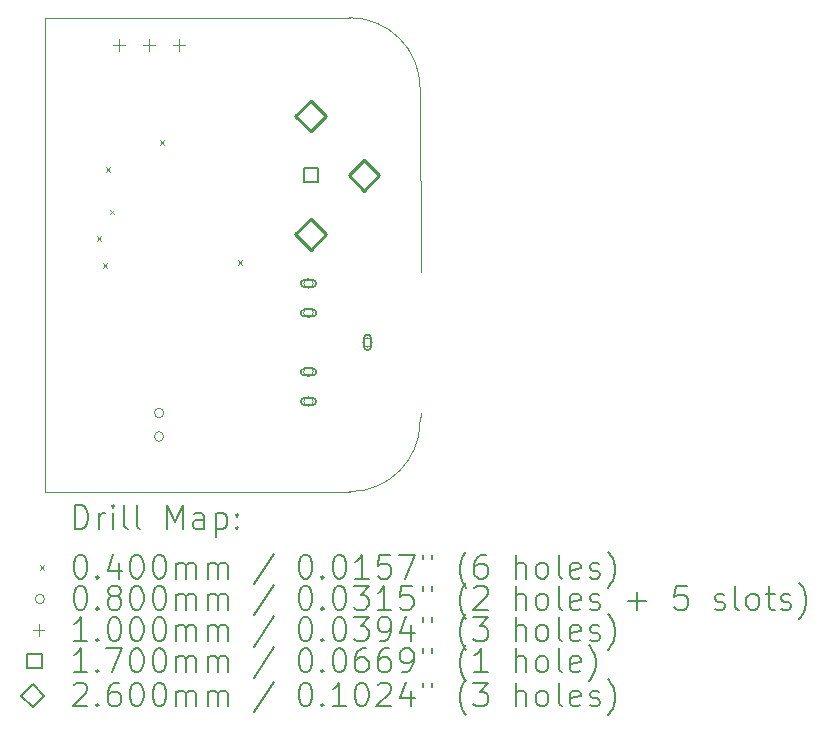
<source format=gbr>
%FSLAX45Y45*%
G04 Gerber Fmt 4.5, Leading zero omitted, Abs format (unit mm)*
G04 Created by KiCad (PCBNEW (6.0.0)) date 2022-11-09 00:51:09*
%MOMM*%
%LPD*%
G01*
G04 APERTURE LIST*
%TA.AperFunction,Profile*%
%ADD10C,0.100000*%
%TD*%
%ADD11C,0.200000*%
%ADD12C,0.040000*%
%ADD13C,0.080000*%
%ADD14C,0.100000*%
%ADD15C,0.170000*%
%ADD16C,0.260000*%
G04 APERTURE END LIST*
D10*
X14148100Y-8763000D02*
X14152800Y-8696250D01*
X10972800Y-5346700D02*
X10972800Y-9258300D01*
X13170200Y-5346700D02*
X13551200Y-5346700D01*
X13551200Y-9359900D02*
G75*
G03*
X14148100Y-8763000I0J596900D01*
G01*
X14152800Y-7496250D02*
X14148100Y-5943600D01*
X14148100Y-5943600D02*
G75*
G03*
X13551200Y-5346700I-596900J0D01*
G01*
X13551200Y-9359900D02*
X10972800Y-9359900D01*
X13170200Y-5346700D02*
X10972800Y-5346700D01*
X10972800Y-9258300D02*
X10972800Y-9359900D01*
D11*
D12*
X11410000Y-7193600D02*
X11450000Y-7233600D01*
X11450000Y-7193600D02*
X11410000Y-7233600D01*
X11460800Y-7422200D02*
X11500800Y-7462200D01*
X11500800Y-7422200D02*
X11460800Y-7462200D01*
X11486200Y-6609400D02*
X11526200Y-6649400D01*
X11526200Y-6609400D02*
X11486200Y-6649400D01*
X11519170Y-6972570D02*
X11559170Y-7012570D01*
X11559170Y-6972570D02*
X11519170Y-7012570D01*
X11943400Y-6380800D02*
X11983400Y-6420800D01*
X11983400Y-6380800D02*
X11943400Y-6420800D01*
X12603800Y-7396800D02*
X12643800Y-7436800D01*
X12643800Y-7396800D02*
X12603800Y-7436800D01*
D13*
X11978000Y-8692889D02*
G75*
G03*
X11978000Y-8692889I-40000J0D01*
G01*
X11978000Y-8892889D02*
G75*
G03*
X11978000Y-8892889I-40000J0D01*
G01*
X13242800Y-7596250D02*
G75*
G03*
X13242800Y-7596250I-40000J0D01*
G01*
D11*
X13237800Y-7566250D02*
X13167800Y-7566250D01*
X13237800Y-7626250D02*
X13167800Y-7626250D01*
X13167800Y-7566250D02*
G75*
G03*
X13167800Y-7626250I0J-30000D01*
G01*
X13237800Y-7626250D02*
G75*
G03*
X13237800Y-7566250I0J30000D01*
G01*
D13*
X13242800Y-7846250D02*
G75*
G03*
X13242800Y-7846250I-40000J0D01*
G01*
D11*
X13237800Y-7816250D02*
X13167800Y-7816250D01*
X13237800Y-7876250D02*
X13167800Y-7876250D01*
X13167800Y-7816250D02*
G75*
G03*
X13167800Y-7876250I0J-30000D01*
G01*
X13237800Y-7876250D02*
G75*
G03*
X13237800Y-7816250I0J30000D01*
G01*
D13*
X13242800Y-8346250D02*
G75*
G03*
X13242800Y-8346250I-40000J0D01*
G01*
D11*
X13237800Y-8316250D02*
X13167800Y-8316250D01*
X13237800Y-8376250D02*
X13167800Y-8376250D01*
X13167800Y-8316250D02*
G75*
G03*
X13167800Y-8376250I0J-30000D01*
G01*
X13237800Y-8376250D02*
G75*
G03*
X13237800Y-8316250I0J30000D01*
G01*
D13*
X13242800Y-8596250D02*
G75*
G03*
X13242800Y-8596250I-40000J0D01*
G01*
D11*
X13237800Y-8566250D02*
X13167800Y-8566250D01*
X13237800Y-8626250D02*
X13167800Y-8626250D01*
X13167800Y-8566250D02*
G75*
G03*
X13167800Y-8626250I0J-30000D01*
G01*
X13237800Y-8626250D02*
G75*
G03*
X13237800Y-8566250I0J30000D01*
G01*
D13*
X13742800Y-8096250D02*
G75*
G03*
X13742800Y-8096250I-40000J0D01*
G01*
D11*
X13732800Y-8131250D02*
X13732800Y-8061250D01*
X13672800Y-8131250D02*
X13672800Y-8061250D01*
X13732800Y-8061250D02*
G75*
G03*
X13672800Y-8061250I-30000J0D01*
G01*
X13672800Y-8131250D02*
G75*
G03*
X13732800Y-8131250I30000J0D01*
G01*
D14*
X11596600Y-5525300D02*
X11596600Y-5625300D01*
X11546600Y-5575300D02*
X11646600Y-5575300D01*
X11850600Y-5525300D02*
X11850600Y-5625300D01*
X11800600Y-5575300D02*
X11900600Y-5575300D01*
X12104600Y-5525300D02*
X12104600Y-5625300D01*
X12054600Y-5575300D02*
X12154600Y-5575300D01*
D15*
X13282705Y-6740305D02*
X13282705Y-6620095D01*
X13162495Y-6620095D01*
X13162495Y-6740305D01*
X13282705Y-6740305D01*
D16*
X13222600Y-6310200D02*
X13352600Y-6180200D01*
X13222600Y-6050200D01*
X13092600Y-6180200D01*
X13222600Y-6310200D01*
X13222600Y-7310200D02*
X13352600Y-7180200D01*
X13222600Y-7050200D01*
X13092600Y-7180200D01*
X13222600Y-7310200D01*
X13672600Y-6810200D02*
X13802600Y-6680200D01*
X13672600Y-6550200D01*
X13542600Y-6680200D01*
X13672600Y-6810200D01*
D11*
X11225419Y-9675376D02*
X11225419Y-9475376D01*
X11273038Y-9475376D01*
X11301609Y-9484900D01*
X11320657Y-9503948D01*
X11330181Y-9522995D01*
X11339705Y-9561090D01*
X11339705Y-9589662D01*
X11330181Y-9627757D01*
X11320657Y-9646805D01*
X11301609Y-9665852D01*
X11273038Y-9675376D01*
X11225419Y-9675376D01*
X11425419Y-9675376D02*
X11425419Y-9542043D01*
X11425419Y-9580138D02*
X11434943Y-9561090D01*
X11444467Y-9551567D01*
X11463514Y-9542043D01*
X11482562Y-9542043D01*
X11549228Y-9675376D02*
X11549228Y-9542043D01*
X11549228Y-9475376D02*
X11539705Y-9484900D01*
X11549228Y-9494424D01*
X11558752Y-9484900D01*
X11549228Y-9475376D01*
X11549228Y-9494424D01*
X11673038Y-9675376D02*
X11653990Y-9665852D01*
X11644467Y-9646805D01*
X11644467Y-9475376D01*
X11777800Y-9675376D02*
X11758752Y-9665852D01*
X11749228Y-9646805D01*
X11749228Y-9475376D01*
X12006371Y-9675376D02*
X12006371Y-9475376D01*
X12073038Y-9618233D01*
X12139705Y-9475376D01*
X12139705Y-9675376D01*
X12320657Y-9675376D02*
X12320657Y-9570614D01*
X12311133Y-9551567D01*
X12292086Y-9542043D01*
X12253990Y-9542043D01*
X12234943Y-9551567D01*
X12320657Y-9665852D02*
X12301609Y-9675376D01*
X12253990Y-9675376D01*
X12234943Y-9665852D01*
X12225419Y-9646805D01*
X12225419Y-9627757D01*
X12234943Y-9608710D01*
X12253990Y-9599186D01*
X12301609Y-9599186D01*
X12320657Y-9589662D01*
X12415895Y-9542043D02*
X12415895Y-9742043D01*
X12415895Y-9551567D02*
X12434943Y-9542043D01*
X12473038Y-9542043D01*
X12492086Y-9551567D01*
X12501609Y-9561090D01*
X12511133Y-9580138D01*
X12511133Y-9637281D01*
X12501609Y-9656329D01*
X12492086Y-9665852D01*
X12473038Y-9675376D01*
X12434943Y-9675376D01*
X12415895Y-9665852D01*
X12596848Y-9656329D02*
X12606371Y-9665852D01*
X12596848Y-9675376D01*
X12587324Y-9665852D01*
X12596848Y-9656329D01*
X12596848Y-9675376D01*
X12596848Y-9551567D02*
X12606371Y-9561090D01*
X12596848Y-9570614D01*
X12587324Y-9561090D01*
X12596848Y-9551567D01*
X12596848Y-9570614D01*
D12*
X10927800Y-9984900D02*
X10967800Y-10024900D01*
X10967800Y-9984900D02*
X10927800Y-10024900D01*
D11*
X11263514Y-9895376D02*
X11282562Y-9895376D01*
X11301609Y-9904900D01*
X11311133Y-9914424D01*
X11320657Y-9933471D01*
X11330181Y-9971567D01*
X11330181Y-10019186D01*
X11320657Y-10057281D01*
X11311133Y-10076329D01*
X11301609Y-10085852D01*
X11282562Y-10095376D01*
X11263514Y-10095376D01*
X11244467Y-10085852D01*
X11234943Y-10076329D01*
X11225419Y-10057281D01*
X11215895Y-10019186D01*
X11215895Y-9971567D01*
X11225419Y-9933471D01*
X11234943Y-9914424D01*
X11244467Y-9904900D01*
X11263514Y-9895376D01*
X11415895Y-10076329D02*
X11425419Y-10085852D01*
X11415895Y-10095376D01*
X11406371Y-10085852D01*
X11415895Y-10076329D01*
X11415895Y-10095376D01*
X11596848Y-9962043D02*
X11596848Y-10095376D01*
X11549228Y-9885852D02*
X11501609Y-10028710D01*
X11625419Y-10028710D01*
X11739705Y-9895376D02*
X11758752Y-9895376D01*
X11777800Y-9904900D01*
X11787324Y-9914424D01*
X11796848Y-9933471D01*
X11806371Y-9971567D01*
X11806371Y-10019186D01*
X11796848Y-10057281D01*
X11787324Y-10076329D01*
X11777800Y-10085852D01*
X11758752Y-10095376D01*
X11739705Y-10095376D01*
X11720657Y-10085852D01*
X11711133Y-10076329D01*
X11701609Y-10057281D01*
X11692086Y-10019186D01*
X11692086Y-9971567D01*
X11701609Y-9933471D01*
X11711133Y-9914424D01*
X11720657Y-9904900D01*
X11739705Y-9895376D01*
X11930181Y-9895376D02*
X11949228Y-9895376D01*
X11968276Y-9904900D01*
X11977800Y-9914424D01*
X11987324Y-9933471D01*
X11996848Y-9971567D01*
X11996848Y-10019186D01*
X11987324Y-10057281D01*
X11977800Y-10076329D01*
X11968276Y-10085852D01*
X11949228Y-10095376D01*
X11930181Y-10095376D01*
X11911133Y-10085852D01*
X11901609Y-10076329D01*
X11892086Y-10057281D01*
X11882562Y-10019186D01*
X11882562Y-9971567D01*
X11892086Y-9933471D01*
X11901609Y-9914424D01*
X11911133Y-9904900D01*
X11930181Y-9895376D01*
X12082562Y-10095376D02*
X12082562Y-9962043D01*
X12082562Y-9981090D02*
X12092086Y-9971567D01*
X12111133Y-9962043D01*
X12139705Y-9962043D01*
X12158752Y-9971567D01*
X12168276Y-9990614D01*
X12168276Y-10095376D01*
X12168276Y-9990614D02*
X12177800Y-9971567D01*
X12196848Y-9962043D01*
X12225419Y-9962043D01*
X12244467Y-9971567D01*
X12253990Y-9990614D01*
X12253990Y-10095376D01*
X12349228Y-10095376D02*
X12349228Y-9962043D01*
X12349228Y-9981090D02*
X12358752Y-9971567D01*
X12377800Y-9962043D01*
X12406371Y-9962043D01*
X12425419Y-9971567D01*
X12434943Y-9990614D01*
X12434943Y-10095376D01*
X12434943Y-9990614D02*
X12444467Y-9971567D01*
X12463514Y-9962043D01*
X12492086Y-9962043D01*
X12511133Y-9971567D01*
X12520657Y-9990614D01*
X12520657Y-10095376D01*
X12911133Y-9885852D02*
X12739705Y-10142995D01*
X13168276Y-9895376D02*
X13187324Y-9895376D01*
X13206371Y-9904900D01*
X13215895Y-9914424D01*
X13225419Y-9933471D01*
X13234943Y-9971567D01*
X13234943Y-10019186D01*
X13225419Y-10057281D01*
X13215895Y-10076329D01*
X13206371Y-10085852D01*
X13187324Y-10095376D01*
X13168276Y-10095376D01*
X13149228Y-10085852D01*
X13139705Y-10076329D01*
X13130181Y-10057281D01*
X13120657Y-10019186D01*
X13120657Y-9971567D01*
X13130181Y-9933471D01*
X13139705Y-9914424D01*
X13149228Y-9904900D01*
X13168276Y-9895376D01*
X13320657Y-10076329D02*
X13330181Y-10085852D01*
X13320657Y-10095376D01*
X13311133Y-10085852D01*
X13320657Y-10076329D01*
X13320657Y-10095376D01*
X13453990Y-9895376D02*
X13473038Y-9895376D01*
X13492086Y-9904900D01*
X13501609Y-9914424D01*
X13511133Y-9933471D01*
X13520657Y-9971567D01*
X13520657Y-10019186D01*
X13511133Y-10057281D01*
X13501609Y-10076329D01*
X13492086Y-10085852D01*
X13473038Y-10095376D01*
X13453990Y-10095376D01*
X13434943Y-10085852D01*
X13425419Y-10076329D01*
X13415895Y-10057281D01*
X13406371Y-10019186D01*
X13406371Y-9971567D01*
X13415895Y-9933471D01*
X13425419Y-9914424D01*
X13434943Y-9904900D01*
X13453990Y-9895376D01*
X13711133Y-10095376D02*
X13596848Y-10095376D01*
X13653990Y-10095376D02*
X13653990Y-9895376D01*
X13634943Y-9923948D01*
X13615895Y-9942995D01*
X13596848Y-9952519D01*
X13892086Y-9895376D02*
X13796848Y-9895376D01*
X13787324Y-9990614D01*
X13796848Y-9981090D01*
X13815895Y-9971567D01*
X13863514Y-9971567D01*
X13882562Y-9981090D01*
X13892086Y-9990614D01*
X13901609Y-10009662D01*
X13901609Y-10057281D01*
X13892086Y-10076329D01*
X13882562Y-10085852D01*
X13863514Y-10095376D01*
X13815895Y-10095376D01*
X13796848Y-10085852D01*
X13787324Y-10076329D01*
X13968276Y-9895376D02*
X14101609Y-9895376D01*
X14015895Y-10095376D01*
X14168276Y-9895376D02*
X14168276Y-9933471D01*
X14244467Y-9895376D02*
X14244467Y-9933471D01*
X14539705Y-10171567D02*
X14530181Y-10162043D01*
X14511133Y-10133471D01*
X14501609Y-10114424D01*
X14492086Y-10085852D01*
X14482562Y-10038233D01*
X14482562Y-10000138D01*
X14492086Y-9952519D01*
X14501609Y-9923948D01*
X14511133Y-9904900D01*
X14530181Y-9876329D01*
X14539705Y-9866805D01*
X14701609Y-9895376D02*
X14663514Y-9895376D01*
X14644467Y-9904900D01*
X14634943Y-9914424D01*
X14615895Y-9942995D01*
X14606371Y-9981090D01*
X14606371Y-10057281D01*
X14615895Y-10076329D01*
X14625419Y-10085852D01*
X14644467Y-10095376D01*
X14682562Y-10095376D01*
X14701609Y-10085852D01*
X14711133Y-10076329D01*
X14720657Y-10057281D01*
X14720657Y-10009662D01*
X14711133Y-9990614D01*
X14701609Y-9981090D01*
X14682562Y-9971567D01*
X14644467Y-9971567D01*
X14625419Y-9981090D01*
X14615895Y-9990614D01*
X14606371Y-10009662D01*
X14958752Y-10095376D02*
X14958752Y-9895376D01*
X15044467Y-10095376D02*
X15044467Y-9990614D01*
X15034943Y-9971567D01*
X15015895Y-9962043D01*
X14987324Y-9962043D01*
X14968276Y-9971567D01*
X14958752Y-9981090D01*
X15168276Y-10095376D02*
X15149228Y-10085852D01*
X15139705Y-10076329D01*
X15130181Y-10057281D01*
X15130181Y-10000138D01*
X15139705Y-9981090D01*
X15149228Y-9971567D01*
X15168276Y-9962043D01*
X15196848Y-9962043D01*
X15215895Y-9971567D01*
X15225419Y-9981090D01*
X15234943Y-10000138D01*
X15234943Y-10057281D01*
X15225419Y-10076329D01*
X15215895Y-10085852D01*
X15196848Y-10095376D01*
X15168276Y-10095376D01*
X15349228Y-10095376D02*
X15330181Y-10085852D01*
X15320657Y-10066805D01*
X15320657Y-9895376D01*
X15501609Y-10085852D02*
X15482562Y-10095376D01*
X15444467Y-10095376D01*
X15425419Y-10085852D01*
X15415895Y-10066805D01*
X15415895Y-9990614D01*
X15425419Y-9971567D01*
X15444467Y-9962043D01*
X15482562Y-9962043D01*
X15501609Y-9971567D01*
X15511133Y-9990614D01*
X15511133Y-10009662D01*
X15415895Y-10028710D01*
X15587324Y-10085852D02*
X15606371Y-10095376D01*
X15644467Y-10095376D01*
X15663514Y-10085852D01*
X15673038Y-10066805D01*
X15673038Y-10057281D01*
X15663514Y-10038233D01*
X15644467Y-10028710D01*
X15615895Y-10028710D01*
X15596848Y-10019186D01*
X15587324Y-10000138D01*
X15587324Y-9990614D01*
X15596848Y-9971567D01*
X15615895Y-9962043D01*
X15644467Y-9962043D01*
X15663514Y-9971567D01*
X15739705Y-10171567D02*
X15749228Y-10162043D01*
X15768276Y-10133471D01*
X15777800Y-10114424D01*
X15787324Y-10085852D01*
X15796848Y-10038233D01*
X15796848Y-10000138D01*
X15787324Y-9952519D01*
X15777800Y-9923948D01*
X15768276Y-9904900D01*
X15749228Y-9876329D01*
X15739705Y-9866805D01*
D13*
X10967800Y-10268900D02*
G75*
G03*
X10967800Y-10268900I-40000J0D01*
G01*
D11*
X11263514Y-10159376D02*
X11282562Y-10159376D01*
X11301609Y-10168900D01*
X11311133Y-10178424D01*
X11320657Y-10197471D01*
X11330181Y-10235567D01*
X11330181Y-10283186D01*
X11320657Y-10321281D01*
X11311133Y-10340329D01*
X11301609Y-10349852D01*
X11282562Y-10359376D01*
X11263514Y-10359376D01*
X11244467Y-10349852D01*
X11234943Y-10340329D01*
X11225419Y-10321281D01*
X11215895Y-10283186D01*
X11215895Y-10235567D01*
X11225419Y-10197471D01*
X11234943Y-10178424D01*
X11244467Y-10168900D01*
X11263514Y-10159376D01*
X11415895Y-10340329D02*
X11425419Y-10349852D01*
X11415895Y-10359376D01*
X11406371Y-10349852D01*
X11415895Y-10340329D01*
X11415895Y-10359376D01*
X11539705Y-10245090D02*
X11520657Y-10235567D01*
X11511133Y-10226043D01*
X11501609Y-10206995D01*
X11501609Y-10197471D01*
X11511133Y-10178424D01*
X11520657Y-10168900D01*
X11539705Y-10159376D01*
X11577800Y-10159376D01*
X11596848Y-10168900D01*
X11606371Y-10178424D01*
X11615895Y-10197471D01*
X11615895Y-10206995D01*
X11606371Y-10226043D01*
X11596848Y-10235567D01*
X11577800Y-10245090D01*
X11539705Y-10245090D01*
X11520657Y-10254614D01*
X11511133Y-10264138D01*
X11501609Y-10283186D01*
X11501609Y-10321281D01*
X11511133Y-10340329D01*
X11520657Y-10349852D01*
X11539705Y-10359376D01*
X11577800Y-10359376D01*
X11596848Y-10349852D01*
X11606371Y-10340329D01*
X11615895Y-10321281D01*
X11615895Y-10283186D01*
X11606371Y-10264138D01*
X11596848Y-10254614D01*
X11577800Y-10245090D01*
X11739705Y-10159376D02*
X11758752Y-10159376D01*
X11777800Y-10168900D01*
X11787324Y-10178424D01*
X11796848Y-10197471D01*
X11806371Y-10235567D01*
X11806371Y-10283186D01*
X11796848Y-10321281D01*
X11787324Y-10340329D01*
X11777800Y-10349852D01*
X11758752Y-10359376D01*
X11739705Y-10359376D01*
X11720657Y-10349852D01*
X11711133Y-10340329D01*
X11701609Y-10321281D01*
X11692086Y-10283186D01*
X11692086Y-10235567D01*
X11701609Y-10197471D01*
X11711133Y-10178424D01*
X11720657Y-10168900D01*
X11739705Y-10159376D01*
X11930181Y-10159376D02*
X11949228Y-10159376D01*
X11968276Y-10168900D01*
X11977800Y-10178424D01*
X11987324Y-10197471D01*
X11996848Y-10235567D01*
X11996848Y-10283186D01*
X11987324Y-10321281D01*
X11977800Y-10340329D01*
X11968276Y-10349852D01*
X11949228Y-10359376D01*
X11930181Y-10359376D01*
X11911133Y-10349852D01*
X11901609Y-10340329D01*
X11892086Y-10321281D01*
X11882562Y-10283186D01*
X11882562Y-10235567D01*
X11892086Y-10197471D01*
X11901609Y-10178424D01*
X11911133Y-10168900D01*
X11930181Y-10159376D01*
X12082562Y-10359376D02*
X12082562Y-10226043D01*
X12082562Y-10245090D02*
X12092086Y-10235567D01*
X12111133Y-10226043D01*
X12139705Y-10226043D01*
X12158752Y-10235567D01*
X12168276Y-10254614D01*
X12168276Y-10359376D01*
X12168276Y-10254614D02*
X12177800Y-10235567D01*
X12196848Y-10226043D01*
X12225419Y-10226043D01*
X12244467Y-10235567D01*
X12253990Y-10254614D01*
X12253990Y-10359376D01*
X12349228Y-10359376D02*
X12349228Y-10226043D01*
X12349228Y-10245090D02*
X12358752Y-10235567D01*
X12377800Y-10226043D01*
X12406371Y-10226043D01*
X12425419Y-10235567D01*
X12434943Y-10254614D01*
X12434943Y-10359376D01*
X12434943Y-10254614D02*
X12444467Y-10235567D01*
X12463514Y-10226043D01*
X12492086Y-10226043D01*
X12511133Y-10235567D01*
X12520657Y-10254614D01*
X12520657Y-10359376D01*
X12911133Y-10149852D02*
X12739705Y-10406995D01*
X13168276Y-10159376D02*
X13187324Y-10159376D01*
X13206371Y-10168900D01*
X13215895Y-10178424D01*
X13225419Y-10197471D01*
X13234943Y-10235567D01*
X13234943Y-10283186D01*
X13225419Y-10321281D01*
X13215895Y-10340329D01*
X13206371Y-10349852D01*
X13187324Y-10359376D01*
X13168276Y-10359376D01*
X13149228Y-10349852D01*
X13139705Y-10340329D01*
X13130181Y-10321281D01*
X13120657Y-10283186D01*
X13120657Y-10235567D01*
X13130181Y-10197471D01*
X13139705Y-10178424D01*
X13149228Y-10168900D01*
X13168276Y-10159376D01*
X13320657Y-10340329D02*
X13330181Y-10349852D01*
X13320657Y-10359376D01*
X13311133Y-10349852D01*
X13320657Y-10340329D01*
X13320657Y-10359376D01*
X13453990Y-10159376D02*
X13473038Y-10159376D01*
X13492086Y-10168900D01*
X13501609Y-10178424D01*
X13511133Y-10197471D01*
X13520657Y-10235567D01*
X13520657Y-10283186D01*
X13511133Y-10321281D01*
X13501609Y-10340329D01*
X13492086Y-10349852D01*
X13473038Y-10359376D01*
X13453990Y-10359376D01*
X13434943Y-10349852D01*
X13425419Y-10340329D01*
X13415895Y-10321281D01*
X13406371Y-10283186D01*
X13406371Y-10235567D01*
X13415895Y-10197471D01*
X13425419Y-10178424D01*
X13434943Y-10168900D01*
X13453990Y-10159376D01*
X13587324Y-10159376D02*
X13711133Y-10159376D01*
X13644467Y-10235567D01*
X13673038Y-10235567D01*
X13692086Y-10245090D01*
X13701609Y-10254614D01*
X13711133Y-10273662D01*
X13711133Y-10321281D01*
X13701609Y-10340329D01*
X13692086Y-10349852D01*
X13673038Y-10359376D01*
X13615895Y-10359376D01*
X13596848Y-10349852D01*
X13587324Y-10340329D01*
X13901609Y-10359376D02*
X13787324Y-10359376D01*
X13844467Y-10359376D02*
X13844467Y-10159376D01*
X13825419Y-10187948D01*
X13806371Y-10206995D01*
X13787324Y-10216519D01*
X14082562Y-10159376D02*
X13987324Y-10159376D01*
X13977800Y-10254614D01*
X13987324Y-10245090D01*
X14006371Y-10235567D01*
X14053990Y-10235567D01*
X14073038Y-10245090D01*
X14082562Y-10254614D01*
X14092086Y-10273662D01*
X14092086Y-10321281D01*
X14082562Y-10340329D01*
X14073038Y-10349852D01*
X14053990Y-10359376D01*
X14006371Y-10359376D01*
X13987324Y-10349852D01*
X13977800Y-10340329D01*
X14168276Y-10159376D02*
X14168276Y-10197471D01*
X14244467Y-10159376D02*
X14244467Y-10197471D01*
X14539705Y-10435567D02*
X14530181Y-10426043D01*
X14511133Y-10397471D01*
X14501609Y-10378424D01*
X14492086Y-10349852D01*
X14482562Y-10302233D01*
X14482562Y-10264138D01*
X14492086Y-10216519D01*
X14501609Y-10187948D01*
X14511133Y-10168900D01*
X14530181Y-10140329D01*
X14539705Y-10130805D01*
X14606371Y-10178424D02*
X14615895Y-10168900D01*
X14634943Y-10159376D01*
X14682562Y-10159376D01*
X14701609Y-10168900D01*
X14711133Y-10178424D01*
X14720657Y-10197471D01*
X14720657Y-10216519D01*
X14711133Y-10245090D01*
X14596848Y-10359376D01*
X14720657Y-10359376D01*
X14958752Y-10359376D02*
X14958752Y-10159376D01*
X15044467Y-10359376D02*
X15044467Y-10254614D01*
X15034943Y-10235567D01*
X15015895Y-10226043D01*
X14987324Y-10226043D01*
X14968276Y-10235567D01*
X14958752Y-10245090D01*
X15168276Y-10359376D02*
X15149228Y-10349852D01*
X15139705Y-10340329D01*
X15130181Y-10321281D01*
X15130181Y-10264138D01*
X15139705Y-10245090D01*
X15149228Y-10235567D01*
X15168276Y-10226043D01*
X15196848Y-10226043D01*
X15215895Y-10235567D01*
X15225419Y-10245090D01*
X15234943Y-10264138D01*
X15234943Y-10321281D01*
X15225419Y-10340329D01*
X15215895Y-10349852D01*
X15196848Y-10359376D01*
X15168276Y-10359376D01*
X15349228Y-10359376D02*
X15330181Y-10349852D01*
X15320657Y-10330805D01*
X15320657Y-10159376D01*
X15501609Y-10349852D02*
X15482562Y-10359376D01*
X15444467Y-10359376D01*
X15425419Y-10349852D01*
X15415895Y-10330805D01*
X15415895Y-10254614D01*
X15425419Y-10235567D01*
X15444467Y-10226043D01*
X15482562Y-10226043D01*
X15501609Y-10235567D01*
X15511133Y-10254614D01*
X15511133Y-10273662D01*
X15415895Y-10292710D01*
X15587324Y-10349852D02*
X15606371Y-10359376D01*
X15644467Y-10359376D01*
X15663514Y-10349852D01*
X15673038Y-10330805D01*
X15673038Y-10321281D01*
X15663514Y-10302233D01*
X15644467Y-10292710D01*
X15615895Y-10292710D01*
X15596848Y-10283186D01*
X15587324Y-10264138D01*
X15587324Y-10254614D01*
X15596848Y-10235567D01*
X15615895Y-10226043D01*
X15644467Y-10226043D01*
X15663514Y-10235567D01*
X15911133Y-10283186D02*
X16063514Y-10283186D01*
X15987324Y-10359376D02*
X15987324Y-10206995D01*
X16406371Y-10159376D02*
X16311133Y-10159376D01*
X16301609Y-10254614D01*
X16311133Y-10245090D01*
X16330181Y-10235567D01*
X16377800Y-10235567D01*
X16396848Y-10245090D01*
X16406371Y-10254614D01*
X16415895Y-10273662D01*
X16415895Y-10321281D01*
X16406371Y-10340329D01*
X16396848Y-10349852D01*
X16377800Y-10359376D01*
X16330181Y-10359376D01*
X16311133Y-10349852D01*
X16301609Y-10340329D01*
X16644467Y-10349852D02*
X16663514Y-10359376D01*
X16701609Y-10359376D01*
X16720657Y-10349852D01*
X16730181Y-10330805D01*
X16730181Y-10321281D01*
X16720657Y-10302233D01*
X16701609Y-10292710D01*
X16673038Y-10292710D01*
X16653990Y-10283186D01*
X16644467Y-10264138D01*
X16644467Y-10254614D01*
X16653990Y-10235567D01*
X16673038Y-10226043D01*
X16701609Y-10226043D01*
X16720657Y-10235567D01*
X16844467Y-10359376D02*
X16825419Y-10349852D01*
X16815895Y-10330805D01*
X16815895Y-10159376D01*
X16949229Y-10359376D02*
X16930181Y-10349852D01*
X16920657Y-10340329D01*
X16911133Y-10321281D01*
X16911133Y-10264138D01*
X16920657Y-10245090D01*
X16930181Y-10235567D01*
X16949229Y-10226043D01*
X16977800Y-10226043D01*
X16996848Y-10235567D01*
X17006371Y-10245090D01*
X17015895Y-10264138D01*
X17015895Y-10321281D01*
X17006371Y-10340329D01*
X16996848Y-10349852D01*
X16977800Y-10359376D01*
X16949229Y-10359376D01*
X17073038Y-10226043D02*
X17149229Y-10226043D01*
X17101610Y-10159376D02*
X17101610Y-10330805D01*
X17111133Y-10349852D01*
X17130181Y-10359376D01*
X17149229Y-10359376D01*
X17206371Y-10349852D02*
X17225419Y-10359376D01*
X17263514Y-10359376D01*
X17282562Y-10349852D01*
X17292086Y-10330805D01*
X17292086Y-10321281D01*
X17282562Y-10302233D01*
X17263514Y-10292710D01*
X17234943Y-10292710D01*
X17215895Y-10283186D01*
X17206371Y-10264138D01*
X17206371Y-10254614D01*
X17215895Y-10235567D01*
X17234943Y-10226043D01*
X17263514Y-10226043D01*
X17282562Y-10235567D01*
X17358752Y-10435567D02*
X17368276Y-10426043D01*
X17387324Y-10397471D01*
X17396848Y-10378424D01*
X17406371Y-10349852D01*
X17415895Y-10302233D01*
X17415895Y-10264138D01*
X17406371Y-10216519D01*
X17396848Y-10187948D01*
X17387324Y-10168900D01*
X17368276Y-10140329D01*
X17358752Y-10130805D01*
D14*
X10917800Y-10482900D02*
X10917800Y-10582900D01*
X10867800Y-10532900D02*
X10967800Y-10532900D01*
D11*
X11330181Y-10623376D02*
X11215895Y-10623376D01*
X11273038Y-10623376D02*
X11273038Y-10423376D01*
X11253990Y-10451948D01*
X11234943Y-10470995D01*
X11215895Y-10480519D01*
X11415895Y-10604329D02*
X11425419Y-10613852D01*
X11415895Y-10623376D01*
X11406371Y-10613852D01*
X11415895Y-10604329D01*
X11415895Y-10623376D01*
X11549228Y-10423376D02*
X11568276Y-10423376D01*
X11587324Y-10432900D01*
X11596848Y-10442424D01*
X11606371Y-10461471D01*
X11615895Y-10499567D01*
X11615895Y-10547186D01*
X11606371Y-10585281D01*
X11596848Y-10604329D01*
X11587324Y-10613852D01*
X11568276Y-10623376D01*
X11549228Y-10623376D01*
X11530181Y-10613852D01*
X11520657Y-10604329D01*
X11511133Y-10585281D01*
X11501609Y-10547186D01*
X11501609Y-10499567D01*
X11511133Y-10461471D01*
X11520657Y-10442424D01*
X11530181Y-10432900D01*
X11549228Y-10423376D01*
X11739705Y-10423376D02*
X11758752Y-10423376D01*
X11777800Y-10432900D01*
X11787324Y-10442424D01*
X11796848Y-10461471D01*
X11806371Y-10499567D01*
X11806371Y-10547186D01*
X11796848Y-10585281D01*
X11787324Y-10604329D01*
X11777800Y-10613852D01*
X11758752Y-10623376D01*
X11739705Y-10623376D01*
X11720657Y-10613852D01*
X11711133Y-10604329D01*
X11701609Y-10585281D01*
X11692086Y-10547186D01*
X11692086Y-10499567D01*
X11701609Y-10461471D01*
X11711133Y-10442424D01*
X11720657Y-10432900D01*
X11739705Y-10423376D01*
X11930181Y-10423376D02*
X11949228Y-10423376D01*
X11968276Y-10432900D01*
X11977800Y-10442424D01*
X11987324Y-10461471D01*
X11996848Y-10499567D01*
X11996848Y-10547186D01*
X11987324Y-10585281D01*
X11977800Y-10604329D01*
X11968276Y-10613852D01*
X11949228Y-10623376D01*
X11930181Y-10623376D01*
X11911133Y-10613852D01*
X11901609Y-10604329D01*
X11892086Y-10585281D01*
X11882562Y-10547186D01*
X11882562Y-10499567D01*
X11892086Y-10461471D01*
X11901609Y-10442424D01*
X11911133Y-10432900D01*
X11930181Y-10423376D01*
X12082562Y-10623376D02*
X12082562Y-10490043D01*
X12082562Y-10509090D02*
X12092086Y-10499567D01*
X12111133Y-10490043D01*
X12139705Y-10490043D01*
X12158752Y-10499567D01*
X12168276Y-10518614D01*
X12168276Y-10623376D01*
X12168276Y-10518614D02*
X12177800Y-10499567D01*
X12196848Y-10490043D01*
X12225419Y-10490043D01*
X12244467Y-10499567D01*
X12253990Y-10518614D01*
X12253990Y-10623376D01*
X12349228Y-10623376D02*
X12349228Y-10490043D01*
X12349228Y-10509090D02*
X12358752Y-10499567D01*
X12377800Y-10490043D01*
X12406371Y-10490043D01*
X12425419Y-10499567D01*
X12434943Y-10518614D01*
X12434943Y-10623376D01*
X12434943Y-10518614D02*
X12444467Y-10499567D01*
X12463514Y-10490043D01*
X12492086Y-10490043D01*
X12511133Y-10499567D01*
X12520657Y-10518614D01*
X12520657Y-10623376D01*
X12911133Y-10413852D02*
X12739705Y-10670995D01*
X13168276Y-10423376D02*
X13187324Y-10423376D01*
X13206371Y-10432900D01*
X13215895Y-10442424D01*
X13225419Y-10461471D01*
X13234943Y-10499567D01*
X13234943Y-10547186D01*
X13225419Y-10585281D01*
X13215895Y-10604329D01*
X13206371Y-10613852D01*
X13187324Y-10623376D01*
X13168276Y-10623376D01*
X13149228Y-10613852D01*
X13139705Y-10604329D01*
X13130181Y-10585281D01*
X13120657Y-10547186D01*
X13120657Y-10499567D01*
X13130181Y-10461471D01*
X13139705Y-10442424D01*
X13149228Y-10432900D01*
X13168276Y-10423376D01*
X13320657Y-10604329D02*
X13330181Y-10613852D01*
X13320657Y-10623376D01*
X13311133Y-10613852D01*
X13320657Y-10604329D01*
X13320657Y-10623376D01*
X13453990Y-10423376D02*
X13473038Y-10423376D01*
X13492086Y-10432900D01*
X13501609Y-10442424D01*
X13511133Y-10461471D01*
X13520657Y-10499567D01*
X13520657Y-10547186D01*
X13511133Y-10585281D01*
X13501609Y-10604329D01*
X13492086Y-10613852D01*
X13473038Y-10623376D01*
X13453990Y-10623376D01*
X13434943Y-10613852D01*
X13425419Y-10604329D01*
X13415895Y-10585281D01*
X13406371Y-10547186D01*
X13406371Y-10499567D01*
X13415895Y-10461471D01*
X13425419Y-10442424D01*
X13434943Y-10432900D01*
X13453990Y-10423376D01*
X13587324Y-10423376D02*
X13711133Y-10423376D01*
X13644467Y-10499567D01*
X13673038Y-10499567D01*
X13692086Y-10509090D01*
X13701609Y-10518614D01*
X13711133Y-10537662D01*
X13711133Y-10585281D01*
X13701609Y-10604329D01*
X13692086Y-10613852D01*
X13673038Y-10623376D01*
X13615895Y-10623376D01*
X13596848Y-10613852D01*
X13587324Y-10604329D01*
X13806371Y-10623376D02*
X13844467Y-10623376D01*
X13863514Y-10613852D01*
X13873038Y-10604329D01*
X13892086Y-10575757D01*
X13901609Y-10537662D01*
X13901609Y-10461471D01*
X13892086Y-10442424D01*
X13882562Y-10432900D01*
X13863514Y-10423376D01*
X13825419Y-10423376D01*
X13806371Y-10432900D01*
X13796848Y-10442424D01*
X13787324Y-10461471D01*
X13787324Y-10509090D01*
X13796848Y-10528138D01*
X13806371Y-10537662D01*
X13825419Y-10547186D01*
X13863514Y-10547186D01*
X13882562Y-10537662D01*
X13892086Y-10528138D01*
X13901609Y-10509090D01*
X14073038Y-10490043D02*
X14073038Y-10623376D01*
X14025419Y-10413852D02*
X13977800Y-10556710D01*
X14101609Y-10556710D01*
X14168276Y-10423376D02*
X14168276Y-10461471D01*
X14244467Y-10423376D02*
X14244467Y-10461471D01*
X14539705Y-10699567D02*
X14530181Y-10690043D01*
X14511133Y-10661471D01*
X14501609Y-10642424D01*
X14492086Y-10613852D01*
X14482562Y-10566233D01*
X14482562Y-10528138D01*
X14492086Y-10480519D01*
X14501609Y-10451948D01*
X14511133Y-10432900D01*
X14530181Y-10404329D01*
X14539705Y-10394805D01*
X14596848Y-10423376D02*
X14720657Y-10423376D01*
X14653990Y-10499567D01*
X14682562Y-10499567D01*
X14701609Y-10509090D01*
X14711133Y-10518614D01*
X14720657Y-10537662D01*
X14720657Y-10585281D01*
X14711133Y-10604329D01*
X14701609Y-10613852D01*
X14682562Y-10623376D01*
X14625419Y-10623376D01*
X14606371Y-10613852D01*
X14596848Y-10604329D01*
X14958752Y-10623376D02*
X14958752Y-10423376D01*
X15044467Y-10623376D02*
X15044467Y-10518614D01*
X15034943Y-10499567D01*
X15015895Y-10490043D01*
X14987324Y-10490043D01*
X14968276Y-10499567D01*
X14958752Y-10509090D01*
X15168276Y-10623376D02*
X15149228Y-10613852D01*
X15139705Y-10604329D01*
X15130181Y-10585281D01*
X15130181Y-10528138D01*
X15139705Y-10509090D01*
X15149228Y-10499567D01*
X15168276Y-10490043D01*
X15196848Y-10490043D01*
X15215895Y-10499567D01*
X15225419Y-10509090D01*
X15234943Y-10528138D01*
X15234943Y-10585281D01*
X15225419Y-10604329D01*
X15215895Y-10613852D01*
X15196848Y-10623376D01*
X15168276Y-10623376D01*
X15349228Y-10623376D02*
X15330181Y-10613852D01*
X15320657Y-10594805D01*
X15320657Y-10423376D01*
X15501609Y-10613852D02*
X15482562Y-10623376D01*
X15444467Y-10623376D01*
X15425419Y-10613852D01*
X15415895Y-10594805D01*
X15415895Y-10518614D01*
X15425419Y-10499567D01*
X15444467Y-10490043D01*
X15482562Y-10490043D01*
X15501609Y-10499567D01*
X15511133Y-10518614D01*
X15511133Y-10537662D01*
X15415895Y-10556710D01*
X15587324Y-10613852D02*
X15606371Y-10623376D01*
X15644467Y-10623376D01*
X15663514Y-10613852D01*
X15673038Y-10594805D01*
X15673038Y-10585281D01*
X15663514Y-10566233D01*
X15644467Y-10556710D01*
X15615895Y-10556710D01*
X15596848Y-10547186D01*
X15587324Y-10528138D01*
X15587324Y-10518614D01*
X15596848Y-10499567D01*
X15615895Y-10490043D01*
X15644467Y-10490043D01*
X15663514Y-10499567D01*
X15739705Y-10699567D02*
X15749228Y-10690043D01*
X15768276Y-10661471D01*
X15777800Y-10642424D01*
X15787324Y-10613852D01*
X15796848Y-10566233D01*
X15796848Y-10528138D01*
X15787324Y-10480519D01*
X15777800Y-10451948D01*
X15768276Y-10432900D01*
X15749228Y-10404329D01*
X15739705Y-10394805D01*
D15*
X10942905Y-10857005D02*
X10942905Y-10736795D01*
X10822695Y-10736795D01*
X10822695Y-10857005D01*
X10942905Y-10857005D01*
D11*
X11330181Y-10887376D02*
X11215895Y-10887376D01*
X11273038Y-10887376D02*
X11273038Y-10687376D01*
X11253990Y-10715948D01*
X11234943Y-10734995D01*
X11215895Y-10744519D01*
X11415895Y-10868329D02*
X11425419Y-10877852D01*
X11415895Y-10887376D01*
X11406371Y-10877852D01*
X11415895Y-10868329D01*
X11415895Y-10887376D01*
X11492086Y-10687376D02*
X11625419Y-10687376D01*
X11539705Y-10887376D01*
X11739705Y-10687376D02*
X11758752Y-10687376D01*
X11777800Y-10696900D01*
X11787324Y-10706424D01*
X11796848Y-10725471D01*
X11806371Y-10763567D01*
X11806371Y-10811186D01*
X11796848Y-10849281D01*
X11787324Y-10868329D01*
X11777800Y-10877852D01*
X11758752Y-10887376D01*
X11739705Y-10887376D01*
X11720657Y-10877852D01*
X11711133Y-10868329D01*
X11701609Y-10849281D01*
X11692086Y-10811186D01*
X11692086Y-10763567D01*
X11701609Y-10725471D01*
X11711133Y-10706424D01*
X11720657Y-10696900D01*
X11739705Y-10687376D01*
X11930181Y-10687376D02*
X11949228Y-10687376D01*
X11968276Y-10696900D01*
X11977800Y-10706424D01*
X11987324Y-10725471D01*
X11996848Y-10763567D01*
X11996848Y-10811186D01*
X11987324Y-10849281D01*
X11977800Y-10868329D01*
X11968276Y-10877852D01*
X11949228Y-10887376D01*
X11930181Y-10887376D01*
X11911133Y-10877852D01*
X11901609Y-10868329D01*
X11892086Y-10849281D01*
X11882562Y-10811186D01*
X11882562Y-10763567D01*
X11892086Y-10725471D01*
X11901609Y-10706424D01*
X11911133Y-10696900D01*
X11930181Y-10687376D01*
X12082562Y-10887376D02*
X12082562Y-10754043D01*
X12082562Y-10773090D02*
X12092086Y-10763567D01*
X12111133Y-10754043D01*
X12139705Y-10754043D01*
X12158752Y-10763567D01*
X12168276Y-10782614D01*
X12168276Y-10887376D01*
X12168276Y-10782614D02*
X12177800Y-10763567D01*
X12196848Y-10754043D01*
X12225419Y-10754043D01*
X12244467Y-10763567D01*
X12253990Y-10782614D01*
X12253990Y-10887376D01*
X12349228Y-10887376D02*
X12349228Y-10754043D01*
X12349228Y-10773090D02*
X12358752Y-10763567D01*
X12377800Y-10754043D01*
X12406371Y-10754043D01*
X12425419Y-10763567D01*
X12434943Y-10782614D01*
X12434943Y-10887376D01*
X12434943Y-10782614D02*
X12444467Y-10763567D01*
X12463514Y-10754043D01*
X12492086Y-10754043D01*
X12511133Y-10763567D01*
X12520657Y-10782614D01*
X12520657Y-10887376D01*
X12911133Y-10677852D02*
X12739705Y-10934995D01*
X13168276Y-10687376D02*
X13187324Y-10687376D01*
X13206371Y-10696900D01*
X13215895Y-10706424D01*
X13225419Y-10725471D01*
X13234943Y-10763567D01*
X13234943Y-10811186D01*
X13225419Y-10849281D01*
X13215895Y-10868329D01*
X13206371Y-10877852D01*
X13187324Y-10887376D01*
X13168276Y-10887376D01*
X13149228Y-10877852D01*
X13139705Y-10868329D01*
X13130181Y-10849281D01*
X13120657Y-10811186D01*
X13120657Y-10763567D01*
X13130181Y-10725471D01*
X13139705Y-10706424D01*
X13149228Y-10696900D01*
X13168276Y-10687376D01*
X13320657Y-10868329D02*
X13330181Y-10877852D01*
X13320657Y-10887376D01*
X13311133Y-10877852D01*
X13320657Y-10868329D01*
X13320657Y-10887376D01*
X13453990Y-10687376D02*
X13473038Y-10687376D01*
X13492086Y-10696900D01*
X13501609Y-10706424D01*
X13511133Y-10725471D01*
X13520657Y-10763567D01*
X13520657Y-10811186D01*
X13511133Y-10849281D01*
X13501609Y-10868329D01*
X13492086Y-10877852D01*
X13473038Y-10887376D01*
X13453990Y-10887376D01*
X13434943Y-10877852D01*
X13425419Y-10868329D01*
X13415895Y-10849281D01*
X13406371Y-10811186D01*
X13406371Y-10763567D01*
X13415895Y-10725471D01*
X13425419Y-10706424D01*
X13434943Y-10696900D01*
X13453990Y-10687376D01*
X13692086Y-10687376D02*
X13653990Y-10687376D01*
X13634943Y-10696900D01*
X13625419Y-10706424D01*
X13606371Y-10734995D01*
X13596848Y-10773090D01*
X13596848Y-10849281D01*
X13606371Y-10868329D01*
X13615895Y-10877852D01*
X13634943Y-10887376D01*
X13673038Y-10887376D01*
X13692086Y-10877852D01*
X13701609Y-10868329D01*
X13711133Y-10849281D01*
X13711133Y-10801662D01*
X13701609Y-10782614D01*
X13692086Y-10773090D01*
X13673038Y-10763567D01*
X13634943Y-10763567D01*
X13615895Y-10773090D01*
X13606371Y-10782614D01*
X13596848Y-10801662D01*
X13882562Y-10687376D02*
X13844467Y-10687376D01*
X13825419Y-10696900D01*
X13815895Y-10706424D01*
X13796848Y-10734995D01*
X13787324Y-10773090D01*
X13787324Y-10849281D01*
X13796848Y-10868329D01*
X13806371Y-10877852D01*
X13825419Y-10887376D01*
X13863514Y-10887376D01*
X13882562Y-10877852D01*
X13892086Y-10868329D01*
X13901609Y-10849281D01*
X13901609Y-10801662D01*
X13892086Y-10782614D01*
X13882562Y-10773090D01*
X13863514Y-10763567D01*
X13825419Y-10763567D01*
X13806371Y-10773090D01*
X13796848Y-10782614D01*
X13787324Y-10801662D01*
X13996848Y-10887376D02*
X14034943Y-10887376D01*
X14053990Y-10877852D01*
X14063514Y-10868329D01*
X14082562Y-10839757D01*
X14092086Y-10801662D01*
X14092086Y-10725471D01*
X14082562Y-10706424D01*
X14073038Y-10696900D01*
X14053990Y-10687376D01*
X14015895Y-10687376D01*
X13996848Y-10696900D01*
X13987324Y-10706424D01*
X13977800Y-10725471D01*
X13977800Y-10773090D01*
X13987324Y-10792138D01*
X13996848Y-10801662D01*
X14015895Y-10811186D01*
X14053990Y-10811186D01*
X14073038Y-10801662D01*
X14082562Y-10792138D01*
X14092086Y-10773090D01*
X14168276Y-10687376D02*
X14168276Y-10725471D01*
X14244467Y-10687376D02*
X14244467Y-10725471D01*
X14539705Y-10963567D02*
X14530181Y-10954043D01*
X14511133Y-10925471D01*
X14501609Y-10906424D01*
X14492086Y-10877852D01*
X14482562Y-10830233D01*
X14482562Y-10792138D01*
X14492086Y-10744519D01*
X14501609Y-10715948D01*
X14511133Y-10696900D01*
X14530181Y-10668329D01*
X14539705Y-10658805D01*
X14720657Y-10887376D02*
X14606371Y-10887376D01*
X14663514Y-10887376D02*
X14663514Y-10687376D01*
X14644467Y-10715948D01*
X14625419Y-10734995D01*
X14606371Y-10744519D01*
X14958752Y-10887376D02*
X14958752Y-10687376D01*
X15044467Y-10887376D02*
X15044467Y-10782614D01*
X15034943Y-10763567D01*
X15015895Y-10754043D01*
X14987324Y-10754043D01*
X14968276Y-10763567D01*
X14958752Y-10773090D01*
X15168276Y-10887376D02*
X15149228Y-10877852D01*
X15139705Y-10868329D01*
X15130181Y-10849281D01*
X15130181Y-10792138D01*
X15139705Y-10773090D01*
X15149228Y-10763567D01*
X15168276Y-10754043D01*
X15196848Y-10754043D01*
X15215895Y-10763567D01*
X15225419Y-10773090D01*
X15234943Y-10792138D01*
X15234943Y-10849281D01*
X15225419Y-10868329D01*
X15215895Y-10877852D01*
X15196848Y-10887376D01*
X15168276Y-10887376D01*
X15349228Y-10887376D02*
X15330181Y-10877852D01*
X15320657Y-10858805D01*
X15320657Y-10687376D01*
X15501609Y-10877852D02*
X15482562Y-10887376D01*
X15444467Y-10887376D01*
X15425419Y-10877852D01*
X15415895Y-10858805D01*
X15415895Y-10782614D01*
X15425419Y-10763567D01*
X15444467Y-10754043D01*
X15482562Y-10754043D01*
X15501609Y-10763567D01*
X15511133Y-10782614D01*
X15511133Y-10801662D01*
X15415895Y-10820710D01*
X15577800Y-10963567D02*
X15587324Y-10954043D01*
X15606371Y-10925471D01*
X15615895Y-10906424D01*
X15625419Y-10877852D01*
X15634943Y-10830233D01*
X15634943Y-10792138D01*
X15625419Y-10744519D01*
X15615895Y-10715948D01*
X15606371Y-10696900D01*
X15587324Y-10668329D01*
X15577800Y-10658805D01*
X10867800Y-11186900D02*
X10967800Y-11086900D01*
X10867800Y-10986900D01*
X10767800Y-11086900D01*
X10867800Y-11186900D01*
X11215895Y-10996424D02*
X11225419Y-10986900D01*
X11244467Y-10977376D01*
X11292086Y-10977376D01*
X11311133Y-10986900D01*
X11320657Y-10996424D01*
X11330181Y-11015471D01*
X11330181Y-11034519D01*
X11320657Y-11063090D01*
X11206371Y-11177376D01*
X11330181Y-11177376D01*
X11415895Y-11158329D02*
X11425419Y-11167852D01*
X11415895Y-11177376D01*
X11406371Y-11167852D01*
X11415895Y-11158329D01*
X11415895Y-11177376D01*
X11596848Y-10977376D02*
X11558752Y-10977376D01*
X11539705Y-10986900D01*
X11530181Y-10996424D01*
X11511133Y-11024995D01*
X11501609Y-11063090D01*
X11501609Y-11139281D01*
X11511133Y-11158329D01*
X11520657Y-11167852D01*
X11539705Y-11177376D01*
X11577800Y-11177376D01*
X11596848Y-11167852D01*
X11606371Y-11158329D01*
X11615895Y-11139281D01*
X11615895Y-11091662D01*
X11606371Y-11072614D01*
X11596848Y-11063090D01*
X11577800Y-11053567D01*
X11539705Y-11053567D01*
X11520657Y-11063090D01*
X11511133Y-11072614D01*
X11501609Y-11091662D01*
X11739705Y-10977376D02*
X11758752Y-10977376D01*
X11777800Y-10986900D01*
X11787324Y-10996424D01*
X11796848Y-11015471D01*
X11806371Y-11053567D01*
X11806371Y-11101186D01*
X11796848Y-11139281D01*
X11787324Y-11158329D01*
X11777800Y-11167852D01*
X11758752Y-11177376D01*
X11739705Y-11177376D01*
X11720657Y-11167852D01*
X11711133Y-11158329D01*
X11701609Y-11139281D01*
X11692086Y-11101186D01*
X11692086Y-11053567D01*
X11701609Y-11015471D01*
X11711133Y-10996424D01*
X11720657Y-10986900D01*
X11739705Y-10977376D01*
X11930181Y-10977376D02*
X11949228Y-10977376D01*
X11968276Y-10986900D01*
X11977800Y-10996424D01*
X11987324Y-11015471D01*
X11996848Y-11053567D01*
X11996848Y-11101186D01*
X11987324Y-11139281D01*
X11977800Y-11158329D01*
X11968276Y-11167852D01*
X11949228Y-11177376D01*
X11930181Y-11177376D01*
X11911133Y-11167852D01*
X11901609Y-11158329D01*
X11892086Y-11139281D01*
X11882562Y-11101186D01*
X11882562Y-11053567D01*
X11892086Y-11015471D01*
X11901609Y-10996424D01*
X11911133Y-10986900D01*
X11930181Y-10977376D01*
X12082562Y-11177376D02*
X12082562Y-11044043D01*
X12082562Y-11063090D02*
X12092086Y-11053567D01*
X12111133Y-11044043D01*
X12139705Y-11044043D01*
X12158752Y-11053567D01*
X12168276Y-11072614D01*
X12168276Y-11177376D01*
X12168276Y-11072614D02*
X12177800Y-11053567D01*
X12196848Y-11044043D01*
X12225419Y-11044043D01*
X12244467Y-11053567D01*
X12253990Y-11072614D01*
X12253990Y-11177376D01*
X12349228Y-11177376D02*
X12349228Y-11044043D01*
X12349228Y-11063090D02*
X12358752Y-11053567D01*
X12377800Y-11044043D01*
X12406371Y-11044043D01*
X12425419Y-11053567D01*
X12434943Y-11072614D01*
X12434943Y-11177376D01*
X12434943Y-11072614D02*
X12444467Y-11053567D01*
X12463514Y-11044043D01*
X12492086Y-11044043D01*
X12511133Y-11053567D01*
X12520657Y-11072614D01*
X12520657Y-11177376D01*
X12911133Y-10967852D02*
X12739705Y-11224995D01*
X13168276Y-10977376D02*
X13187324Y-10977376D01*
X13206371Y-10986900D01*
X13215895Y-10996424D01*
X13225419Y-11015471D01*
X13234943Y-11053567D01*
X13234943Y-11101186D01*
X13225419Y-11139281D01*
X13215895Y-11158329D01*
X13206371Y-11167852D01*
X13187324Y-11177376D01*
X13168276Y-11177376D01*
X13149228Y-11167852D01*
X13139705Y-11158329D01*
X13130181Y-11139281D01*
X13120657Y-11101186D01*
X13120657Y-11053567D01*
X13130181Y-11015471D01*
X13139705Y-10996424D01*
X13149228Y-10986900D01*
X13168276Y-10977376D01*
X13320657Y-11158329D02*
X13330181Y-11167852D01*
X13320657Y-11177376D01*
X13311133Y-11167852D01*
X13320657Y-11158329D01*
X13320657Y-11177376D01*
X13520657Y-11177376D02*
X13406371Y-11177376D01*
X13463514Y-11177376D02*
X13463514Y-10977376D01*
X13444467Y-11005948D01*
X13425419Y-11024995D01*
X13406371Y-11034519D01*
X13644467Y-10977376D02*
X13663514Y-10977376D01*
X13682562Y-10986900D01*
X13692086Y-10996424D01*
X13701609Y-11015471D01*
X13711133Y-11053567D01*
X13711133Y-11101186D01*
X13701609Y-11139281D01*
X13692086Y-11158329D01*
X13682562Y-11167852D01*
X13663514Y-11177376D01*
X13644467Y-11177376D01*
X13625419Y-11167852D01*
X13615895Y-11158329D01*
X13606371Y-11139281D01*
X13596848Y-11101186D01*
X13596848Y-11053567D01*
X13606371Y-11015471D01*
X13615895Y-10996424D01*
X13625419Y-10986900D01*
X13644467Y-10977376D01*
X13787324Y-10996424D02*
X13796848Y-10986900D01*
X13815895Y-10977376D01*
X13863514Y-10977376D01*
X13882562Y-10986900D01*
X13892086Y-10996424D01*
X13901609Y-11015471D01*
X13901609Y-11034519D01*
X13892086Y-11063090D01*
X13777800Y-11177376D01*
X13901609Y-11177376D01*
X14073038Y-11044043D02*
X14073038Y-11177376D01*
X14025419Y-10967852D02*
X13977800Y-11110710D01*
X14101609Y-11110710D01*
X14168276Y-10977376D02*
X14168276Y-11015471D01*
X14244467Y-10977376D02*
X14244467Y-11015471D01*
X14539705Y-11253567D02*
X14530181Y-11244043D01*
X14511133Y-11215471D01*
X14501609Y-11196424D01*
X14492086Y-11167852D01*
X14482562Y-11120233D01*
X14482562Y-11082138D01*
X14492086Y-11034519D01*
X14501609Y-11005948D01*
X14511133Y-10986900D01*
X14530181Y-10958329D01*
X14539705Y-10948805D01*
X14596848Y-10977376D02*
X14720657Y-10977376D01*
X14653990Y-11053567D01*
X14682562Y-11053567D01*
X14701609Y-11063090D01*
X14711133Y-11072614D01*
X14720657Y-11091662D01*
X14720657Y-11139281D01*
X14711133Y-11158329D01*
X14701609Y-11167852D01*
X14682562Y-11177376D01*
X14625419Y-11177376D01*
X14606371Y-11167852D01*
X14596848Y-11158329D01*
X14958752Y-11177376D02*
X14958752Y-10977376D01*
X15044467Y-11177376D02*
X15044467Y-11072614D01*
X15034943Y-11053567D01*
X15015895Y-11044043D01*
X14987324Y-11044043D01*
X14968276Y-11053567D01*
X14958752Y-11063090D01*
X15168276Y-11177376D02*
X15149228Y-11167852D01*
X15139705Y-11158329D01*
X15130181Y-11139281D01*
X15130181Y-11082138D01*
X15139705Y-11063090D01*
X15149228Y-11053567D01*
X15168276Y-11044043D01*
X15196848Y-11044043D01*
X15215895Y-11053567D01*
X15225419Y-11063090D01*
X15234943Y-11082138D01*
X15234943Y-11139281D01*
X15225419Y-11158329D01*
X15215895Y-11167852D01*
X15196848Y-11177376D01*
X15168276Y-11177376D01*
X15349228Y-11177376D02*
X15330181Y-11167852D01*
X15320657Y-11148805D01*
X15320657Y-10977376D01*
X15501609Y-11167852D02*
X15482562Y-11177376D01*
X15444467Y-11177376D01*
X15425419Y-11167852D01*
X15415895Y-11148805D01*
X15415895Y-11072614D01*
X15425419Y-11053567D01*
X15444467Y-11044043D01*
X15482562Y-11044043D01*
X15501609Y-11053567D01*
X15511133Y-11072614D01*
X15511133Y-11091662D01*
X15415895Y-11110710D01*
X15587324Y-11167852D02*
X15606371Y-11177376D01*
X15644467Y-11177376D01*
X15663514Y-11167852D01*
X15673038Y-11148805D01*
X15673038Y-11139281D01*
X15663514Y-11120233D01*
X15644467Y-11110710D01*
X15615895Y-11110710D01*
X15596848Y-11101186D01*
X15587324Y-11082138D01*
X15587324Y-11072614D01*
X15596848Y-11053567D01*
X15615895Y-11044043D01*
X15644467Y-11044043D01*
X15663514Y-11053567D01*
X15739705Y-11253567D02*
X15749228Y-11244043D01*
X15768276Y-11215471D01*
X15777800Y-11196424D01*
X15787324Y-11167852D01*
X15796848Y-11120233D01*
X15796848Y-11082138D01*
X15787324Y-11034519D01*
X15777800Y-11005948D01*
X15768276Y-10986900D01*
X15749228Y-10958329D01*
X15739705Y-10948805D01*
M02*

</source>
